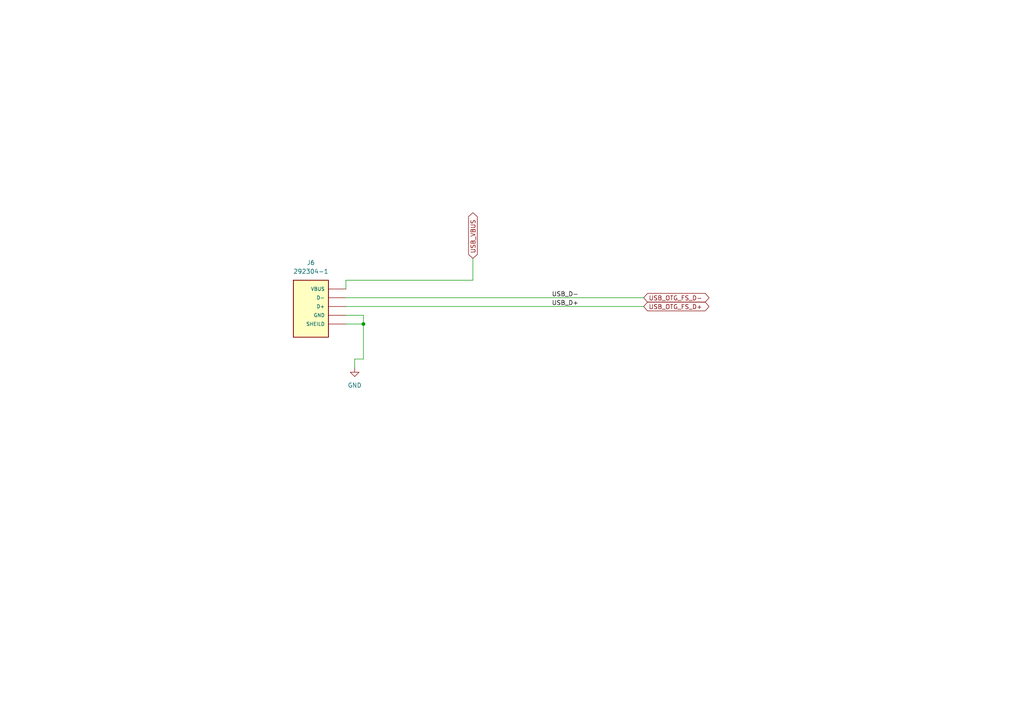
<source format=kicad_sch>
(kicad_sch (version 20230121) (generator eeschema)
  (paper "A4")
  (lib_symbols
    (symbol "292304-1:292304-1" (pin_numbers hide) (pin_names (offset 1.016))
      (property "Reference" "J" (at -5.08 7.6454 0))
      (property "Value" "292304-1" (at -5.08 -11.43 0))
      (symbol "292304-1_0_0"
        (rectangle (start -5.08 7.62) (end 5.08 -8.89) (stroke (width 0.254)) (fill (type background)))
        (pin power_in line (at -10.16 -5.08 0) (length 5.08) (name "SHEILD") (number "0"))
        (pin power_in line (at -10.16 5.08 0) (length 5.08) (name "VBUS") (number "1"))
        (pin bidirectional line (at -10.16 2.54 0) (length 5.08) (name "D-") (number "2"))
        (pin bidirectional line (at -10.16 0 0) (length 5.08) (name "D+") (number "3"))
        (pin power_in line (at -10.16 -2.54 0) (length 5.08) (name "GND") (number "4"))
      )
    )
    (symbol "power:GND" (power) (pin_names (offset 0))
      (property "Value" "GND" (at 0 -3.81 0))
      (symbol "GND_0_1"
        (polyline (pts (xy 0 0) (xy 0 -1.27) (xy 1.27 -1.27) (xy 0 -2.54) (xy -1.27 -1.27) (xy 0 -1.27)))
      )
      (symbol "GND_1_1"
        (pin power_in line (at 0 0 270) (length 0) hide (name "GND") (number "1"))
      )
    )
  )
  (junction (at 105.41 93.98))
  (wire (pts (xy 137.16 74.93) (xy 137.16 81.28)))
  (wire (pts (xy 105.41 91.44) (xy 105.41 93.98)))
  (wire (pts (xy 100.33 93.98) (xy 105.41 93.98)))
  (wire (pts (xy 100.33 81.28) (xy 100.33 83.82)))
  (wire (pts (xy 100.33 88.9) (xy 186.69 88.9)))
  (wire (pts (xy 100.33 86.36) (xy 186.69 86.36)))
  (wire (pts (xy 102.87 104.14) (xy 102.87 106.68)))
  (wire (pts (xy 105.41 91.44) (xy 100.33 91.44)))
  (wire (pts (xy 100.33 81.28) (xy 137.16 81.28)))
  (wire (pts (xy 105.41 93.98) (xy 105.41 104.14)))
  (wire (pts (xy 105.41 104.14) (xy 102.87 104.14)))
  (label "USB_D+" (at 160.02 88.9 0))
  (label "USB_D-" (at 160.02 86.36 0))
  (global_label "USB_OTG_FS_D-" (shape bidirectional) (at 186.69 86.36 0) (property "Intersheetrefs" "${INTERSHEET_REFS}" (effects hide)))
  (global_label "USB_OTG_FS_D+" (shape bidirectional) (at 186.69 88.9 0) (property "Intersheetrefs" "${INTERSHEET_REFS}" (effects hide)))
  (global_label "USB_VBUS" (shape bidirectional) (at 137.16 74.93 90) (property "Intersheetrefs" "${INTERSHEET_REFS}" (effects hide)))
  (symbol (lib_id "292304-1:292304-1") (at 90.17 88.9 0) (mirror y) (unit 1)
    (property "Reference" "J6" (at 90.17 76.2 0))
    (property "Value" "292304-1" (at 90.17 78.74 0))
    (property "Footprint" "TE_292304-1" (effects hide))
    (property "Datasheet" "https://datasheet.lcsc.com/lcsc/1811131825_TE-Connectivity-292304-1_C86462.pdf" (effects hide))
    (property "Product_Type" "Connector" (effects hide))
    (property "Comment" "292304-1" (effects hide))
    (property "Number_of_Positions" "4" (effects hide))
    (property "Centerline_Pitch" "2.5 mm[.098 in]" (effects hide))
    (property "EU_RoHS_Compliance" "Compliant" (effects hide))
    (property "Description" "USB-B (USB TYPE-B) USB 2.0 Receptacle Connector 4 Position Through Hole, Right Angle" (effects hide))
    (property "LCSC" "C86462" (effects hide))
    (property "MANUFACTURER" "TE Connectivity" (effects hide))
    (property "Manufacturer_Name" "TE Connectivity" (effects hide))
    (property "Manufacturer_Part_Number" "292304-1" (effects hide))
    (property "Digi-Key Part Number" "A31725-ND" (effects hide))
  )
  (symbol (lib_id "power:GND") (at 102.87 106.68 0) (mirror y) (unit 1)
    (property "Reference" "#PWR0113" (effects hide))
    (property "Value" "GND" (at 102.87 111.76 0))
  )
)
</source>
